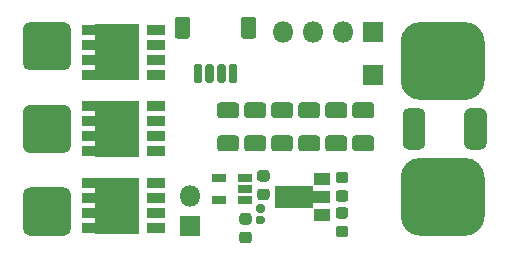
<source format=gbr>
%TF.GenerationSoftware,KiCad,Pcbnew,(5.1.6-0-10_14)*%
%TF.CreationDate,2021-03-14T15:43:45-04:00*%
%TF.ProjectId,F051_ESC,46303531-5f45-4534-932e-6b696361645f,rev?*%
%TF.SameCoordinates,Original*%
%TF.FileFunction,Soldermask,Top*%
%TF.FilePolarity,Negative*%
%FSLAX46Y46*%
G04 Gerber Fmt 4.6, Leading zero omitted, Abs format (unit mm)*
G04 Created by KiCad (PCBNEW (5.1.6-0-10_14)) date 2021-03-14 15:43:45*
%MOMM*%
%LPD*%
G01*
G04 APERTURE LIST*
%ADD10O,1.801600X1.801600*%
%ADD11R,1.801600X1.801600*%
%ADD12C,0.100000*%
%ADD13R,1.401600X1.001600*%
%ADD14R,1.161600X0.751600*%
%ADD15R,3.851600X4.801600*%
%ADD16R,1.151600X0.951600*%
%ADD17R,1.551600X0.951600*%
G04 APERTURE END LIST*
%TO.C,R1*%
G36*
G01*
X254030800Y-78724600D02*
X254030800Y-81275400D01*
G75*
G02*
X253555400Y-81750800I-475400J0D01*
G01*
X252604600Y-81750800D01*
G75*
G02*
X252129200Y-81275400I0J475400D01*
G01*
X252129200Y-78724600D01*
G75*
G02*
X252604600Y-78249200I475400J0D01*
G01*
X253555400Y-78249200D01*
G75*
G02*
X254030800Y-78724600I0J-475400D01*
G01*
G37*
G36*
G01*
X259230800Y-78724600D02*
X259230800Y-81275400D01*
G75*
G02*
X258755400Y-81750800I-475400J0D01*
G01*
X257804600Y-81750800D01*
G75*
G02*
X257329200Y-81275400I0J475400D01*
G01*
X257329200Y-78724600D01*
G75*
G02*
X257804600Y-78249200I475400J0D01*
G01*
X258755400Y-78249200D01*
G75*
G02*
X259230800Y-78724600I0J-475400D01*
G01*
G37*
%TD*%
D10*
%TO.C,J6*%
X234070000Y-85660000D03*
D11*
X234070000Y-88200000D03*
%TD*%
%TO.C,J1*%
G36*
G01*
X257400400Y-77550800D02*
X253599600Y-77550800D01*
G75*
G02*
X251949200Y-75900400I0J1650400D01*
G01*
X251949200Y-72599600D01*
G75*
G02*
X253599600Y-70949200I1650400J0D01*
G01*
X257400400Y-70949200D01*
G75*
G02*
X259050800Y-72599600I0J-1650400D01*
G01*
X259050800Y-75900400D01*
G75*
G02*
X257400400Y-77550800I-1650400J0D01*
G01*
G37*
G36*
G01*
X257400400Y-89050800D02*
X253599600Y-89050800D01*
G75*
G02*
X251949200Y-87400400I0J1650400D01*
G01*
X251949200Y-84099600D01*
G75*
G02*
X253599600Y-82449200I1650400J0D01*
G01*
X257400400Y-82449200D01*
G75*
G02*
X259050800Y-84099600I0J-1650400D01*
G01*
X259050800Y-87400400D01*
G75*
G02*
X257400400Y-89050800I-1650400J0D01*
G01*
G37*
%TD*%
%TO.C,J2*%
G36*
G01*
X234120800Y-70754932D02*
X234120800Y-72115068D01*
G75*
G02*
X233850068Y-72385800I-270732J0D01*
G01*
X233089932Y-72385800D01*
G75*
G02*
X232819200Y-72115068I0J270732D01*
G01*
X232819200Y-70754932D01*
G75*
G02*
X233089932Y-70484200I270732J0D01*
G01*
X233850068Y-70484200D01*
G75*
G02*
X234120800Y-70754932I0J-270732D01*
G01*
G37*
G36*
G01*
X239720800Y-70754932D02*
X239720800Y-72115068D01*
G75*
G02*
X239450068Y-72385800I-270732J0D01*
G01*
X238689932Y-72385800D01*
G75*
G02*
X238419200Y-72115068I0J270732D01*
G01*
X238419200Y-70754932D01*
G75*
G02*
X238689932Y-70484200I270732J0D01*
G01*
X239450068Y-70484200D01*
G75*
G02*
X239720800Y-70754932I0J-270732D01*
G01*
G37*
G36*
G01*
X235120800Y-74659600D02*
X235120800Y-75960400D01*
G75*
G02*
X234945400Y-76135800I-175400J0D01*
G01*
X234594600Y-76135800D01*
G75*
G02*
X234419200Y-75960400I0J175400D01*
G01*
X234419200Y-74659600D01*
G75*
G02*
X234594600Y-74484200I175400J0D01*
G01*
X234945400Y-74484200D01*
G75*
G02*
X235120800Y-74659600I0J-175400D01*
G01*
G37*
G36*
G01*
X236120800Y-74659600D02*
X236120800Y-75960400D01*
G75*
G02*
X235945400Y-76135800I-175400J0D01*
G01*
X235594600Y-76135800D01*
G75*
G02*
X235419200Y-75960400I0J175400D01*
G01*
X235419200Y-74659600D01*
G75*
G02*
X235594600Y-74484200I175400J0D01*
G01*
X235945400Y-74484200D01*
G75*
G02*
X236120800Y-74659600I0J-175400D01*
G01*
G37*
G36*
G01*
X237120800Y-74659600D02*
X237120800Y-75960400D01*
G75*
G02*
X236945400Y-76135800I-175400J0D01*
G01*
X236594600Y-76135800D01*
G75*
G02*
X236419200Y-75960400I0J175400D01*
G01*
X236419200Y-74659600D01*
G75*
G02*
X236594600Y-74484200I175400J0D01*
G01*
X236945400Y-74484200D01*
G75*
G02*
X237120800Y-74659600I0J-175400D01*
G01*
G37*
G36*
G01*
X238120800Y-74659600D02*
X238120800Y-75960400D01*
G75*
G02*
X237945400Y-76135800I-175400J0D01*
G01*
X237594600Y-76135800D01*
G75*
G02*
X237419200Y-75960400I0J175400D01*
G01*
X237419200Y-74659600D01*
G75*
G02*
X237594600Y-74484200I175400J0D01*
G01*
X237945400Y-74484200D01*
G75*
G02*
X238120800Y-74659600I0J-175400D01*
G01*
G37*
%TD*%
D12*
%TO.C,U3*%
G36*
X241340089Y-86696324D02*
G01*
X241330560Y-86693433D01*
X241321777Y-86688739D01*
X241314079Y-86682421D01*
X241307761Y-86674723D01*
X241303067Y-86665940D01*
X241300176Y-86656411D01*
X241299200Y-86646500D01*
X241299200Y-84913500D01*
X241300176Y-84903589D01*
X241303067Y-84894060D01*
X241307761Y-84885277D01*
X241314079Y-84877579D01*
X241321777Y-84871261D01*
X241330560Y-84866567D01*
X241340089Y-84863676D01*
X241350000Y-84862700D01*
X244475000Y-84862700D01*
X244484911Y-84863676D01*
X244494440Y-84866567D01*
X244503223Y-84871261D01*
X244510921Y-84877579D01*
X244517239Y-84885277D01*
X244521933Y-84894060D01*
X244524824Y-84903589D01*
X244525800Y-84913500D01*
X244525800Y-85279200D01*
X245950000Y-85279200D01*
X245959911Y-85280176D01*
X245969440Y-85283067D01*
X245978223Y-85287761D01*
X245985921Y-85294079D01*
X245992239Y-85301777D01*
X245996933Y-85310560D01*
X245999824Y-85320089D01*
X246000800Y-85330000D01*
X246000800Y-86230000D01*
X245999824Y-86239911D01*
X245996933Y-86249440D01*
X245992239Y-86258223D01*
X245985921Y-86265921D01*
X245978223Y-86272239D01*
X245969440Y-86276933D01*
X245959911Y-86279824D01*
X245950000Y-86280800D01*
X244525800Y-86280800D01*
X244525800Y-86646500D01*
X244524824Y-86656411D01*
X244521933Y-86665940D01*
X244517239Y-86674723D01*
X244510921Y-86682421D01*
X244503223Y-86688739D01*
X244494440Y-86693433D01*
X244484911Y-86696324D01*
X244475000Y-86697300D01*
X241350000Y-86697300D01*
X241340089Y-86696324D01*
G37*
D13*
X245300000Y-84280000D03*
X245300000Y-87280000D03*
%TD*%
D11*
%TO.C,J5*%
X249610000Y-75440000D03*
%TD*%
D10*
%TO.C,J3*%
X241990000Y-71800000D03*
X244530000Y-71800000D03*
X247070000Y-71800000D03*
D11*
X249610000Y-71800000D03*
%TD*%
%TO.C,J4*%
G36*
G01*
X223435560Y-75050800D02*
X220564440Y-75050800D01*
G75*
G02*
X219949200Y-74435560I0J615240D01*
G01*
X219949200Y-71564440D01*
G75*
G02*
X220564440Y-70949200I615240J0D01*
G01*
X223435560Y-70949200D01*
G75*
G02*
X224050800Y-71564440I0J-615240D01*
G01*
X224050800Y-74435560D01*
G75*
G02*
X223435560Y-75050800I-615240J0D01*
G01*
G37*
G36*
G01*
X223435560Y-82050800D02*
X220564440Y-82050800D01*
G75*
G02*
X219949200Y-81435560I0J615240D01*
G01*
X219949200Y-78564440D01*
G75*
G02*
X220564440Y-77949200I615240J0D01*
G01*
X223435560Y-77949200D01*
G75*
G02*
X224050800Y-78564440I0J-615240D01*
G01*
X224050800Y-81435560D01*
G75*
G02*
X223435560Y-82050800I-615240J0D01*
G01*
G37*
G36*
G01*
X223435560Y-89050800D02*
X220564440Y-89050800D01*
G75*
G02*
X219949200Y-88435560I0J615240D01*
G01*
X219949200Y-85564440D01*
G75*
G02*
X220564440Y-84949200I615240J0D01*
G01*
X223435560Y-84949200D01*
G75*
G02*
X224050800Y-85564440I0J-615240D01*
G01*
X224050800Y-88435560D01*
G75*
G02*
X223435560Y-89050800I-615240J0D01*
G01*
G37*
%TD*%
%TO.C,C5*%
G36*
G01*
X247261650Y-87600800D02*
X246698350Y-87600800D01*
G75*
G02*
X246454200Y-87356650I0J244150D01*
G01*
X246454200Y-86868350D01*
G75*
G02*
X246698350Y-86624200I244150J0D01*
G01*
X247261650Y-86624200D01*
G75*
G02*
X247505800Y-86868350I0J-244150D01*
G01*
X247505800Y-87356650D01*
G75*
G02*
X247261650Y-87600800I-244150J0D01*
G01*
G37*
G36*
G01*
X247261650Y-89175800D02*
X246698350Y-89175800D01*
G75*
G02*
X246454200Y-88931650I0J244150D01*
G01*
X246454200Y-88443350D01*
G75*
G02*
X246698350Y-88199200I244150J0D01*
G01*
X247261650Y-88199200D01*
G75*
G02*
X247505800Y-88443350I0J-244150D01*
G01*
X247505800Y-88931650D01*
G75*
G02*
X247261650Y-89175800I-244150J0D01*
G01*
G37*
%TD*%
%TO.C,C4*%
G36*
G01*
X246698350Y-85189200D02*
X247261650Y-85189200D01*
G75*
G02*
X247505800Y-85433350I0J-244150D01*
G01*
X247505800Y-85921650D01*
G75*
G02*
X247261650Y-86165800I-244150J0D01*
G01*
X246698350Y-86165800D01*
G75*
G02*
X246454200Y-85921650I0J244150D01*
G01*
X246454200Y-85433350D01*
G75*
G02*
X246698350Y-85189200I244150J0D01*
G01*
G37*
G36*
G01*
X246698350Y-83614200D02*
X247261650Y-83614200D01*
G75*
G02*
X247505800Y-83858350I0J-244150D01*
G01*
X247505800Y-84346650D01*
G75*
G02*
X247261650Y-84590800I-244150J0D01*
G01*
X246698350Y-84590800D01*
G75*
G02*
X246454200Y-84346650I0J244150D01*
G01*
X246454200Y-83858350D01*
G75*
G02*
X246698350Y-83614200I244150J0D01*
G01*
G37*
%TD*%
D14*
%TO.C,U4*%
X236540000Y-86030000D03*
X236540000Y-84130000D03*
X238740000Y-84130000D03*
X238740000Y-85080000D03*
X238740000Y-86030000D03*
%TD*%
%TO.C,C24*%
G36*
G01*
X238528350Y-88709200D02*
X239091650Y-88709200D01*
G75*
G02*
X239335800Y-88953350I0J-244150D01*
G01*
X239335800Y-89441650D01*
G75*
G02*
X239091650Y-89685800I-244150J0D01*
G01*
X238528350Y-89685800D01*
G75*
G02*
X238284200Y-89441650I0J244150D01*
G01*
X238284200Y-88953350D01*
G75*
G02*
X238528350Y-88709200I244150J0D01*
G01*
G37*
G36*
G01*
X238528350Y-87134200D02*
X239091650Y-87134200D01*
G75*
G02*
X239335800Y-87378350I0J-244150D01*
G01*
X239335800Y-87866650D01*
G75*
G02*
X239091650Y-88110800I-244150J0D01*
G01*
X238528350Y-88110800D01*
G75*
G02*
X238284200Y-87866650I0J244150D01*
G01*
X238284200Y-87378350D01*
G75*
G02*
X238528350Y-87134200I244150J0D01*
G01*
G37*
%TD*%
%TO.C,C23*%
G36*
G01*
X240257900Y-87080800D02*
X239862100Y-87080800D01*
G75*
G02*
X239689200Y-86907900I0J172900D01*
G01*
X239689200Y-86562100D01*
G75*
G02*
X239862100Y-86389200I172900J0D01*
G01*
X240257900Y-86389200D01*
G75*
G02*
X240430800Y-86562100I0J-172900D01*
G01*
X240430800Y-86907900D01*
G75*
G02*
X240257900Y-87080800I-172900J0D01*
G01*
G37*
G36*
G01*
X240257900Y-88050800D02*
X239862100Y-88050800D01*
G75*
G02*
X239689200Y-87877900I0J172900D01*
G01*
X239689200Y-87532100D01*
G75*
G02*
X239862100Y-87359200I172900J0D01*
G01*
X240257900Y-87359200D01*
G75*
G02*
X240430800Y-87532100I0J-172900D01*
G01*
X240430800Y-87877900D01*
G75*
G02*
X240257900Y-88050800I-172900J0D01*
G01*
G37*
%TD*%
%TO.C,C22*%
G36*
G01*
X240038350Y-85059200D02*
X240601650Y-85059200D01*
G75*
G02*
X240845800Y-85303350I0J-244150D01*
G01*
X240845800Y-85791650D01*
G75*
G02*
X240601650Y-86035800I-244150J0D01*
G01*
X240038350Y-86035800D01*
G75*
G02*
X239794200Y-85791650I0J244150D01*
G01*
X239794200Y-85303350D01*
G75*
G02*
X240038350Y-85059200I244150J0D01*
G01*
G37*
G36*
G01*
X240038350Y-83484200D02*
X240601650Y-83484200D01*
G75*
G02*
X240845800Y-83728350I0J-244150D01*
G01*
X240845800Y-84216650D01*
G75*
G02*
X240601650Y-84460800I-244150J0D01*
G01*
X240038350Y-84460800D01*
G75*
G02*
X239794200Y-84216650I0J244150D01*
G01*
X239794200Y-83728350D01*
G75*
G02*
X240038350Y-83484200I244150J0D01*
G01*
G37*
%TD*%
%TO.C,C21*%
G36*
G01*
X249435480Y-79095800D02*
X248124520Y-79095800D01*
G75*
G02*
X247854200Y-78825480I0J270320D01*
G01*
X247854200Y-78014520D01*
G75*
G02*
X248124520Y-77744200I270320J0D01*
G01*
X249435480Y-77744200D01*
G75*
G02*
X249705800Y-78014520I0J-270320D01*
G01*
X249705800Y-78825480D01*
G75*
G02*
X249435480Y-79095800I-270320J0D01*
G01*
G37*
G36*
G01*
X249435480Y-81895800D02*
X248124520Y-81895800D01*
G75*
G02*
X247854200Y-81625480I0J270320D01*
G01*
X247854200Y-80814520D01*
G75*
G02*
X248124520Y-80544200I270320J0D01*
G01*
X249435480Y-80544200D01*
G75*
G02*
X249705800Y-80814520I0J-270320D01*
G01*
X249705800Y-81625480D01*
G75*
G02*
X249435480Y-81895800I-270320J0D01*
G01*
G37*
%TD*%
%TO.C,C20*%
G36*
G01*
X237985480Y-79095800D02*
X236674520Y-79095800D01*
G75*
G02*
X236404200Y-78825480I0J270320D01*
G01*
X236404200Y-78014520D01*
G75*
G02*
X236674520Y-77744200I270320J0D01*
G01*
X237985480Y-77744200D01*
G75*
G02*
X238255800Y-78014520I0J-270320D01*
G01*
X238255800Y-78825480D01*
G75*
G02*
X237985480Y-79095800I-270320J0D01*
G01*
G37*
G36*
G01*
X237985480Y-81895800D02*
X236674520Y-81895800D01*
G75*
G02*
X236404200Y-81625480I0J270320D01*
G01*
X236404200Y-80814520D01*
G75*
G02*
X236674520Y-80544200I270320J0D01*
G01*
X237985480Y-80544200D01*
G75*
G02*
X238255800Y-80814520I0J-270320D01*
G01*
X238255800Y-81625480D01*
G75*
G02*
X237985480Y-81895800I-270320J0D01*
G01*
G37*
%TD*%
%TO.C,C19*%
G36*
G01*
X247145480Y-79095800D02*
X245834520Y-79095800D01*
G75*
G02*
X245564200Y-78825480I0J270320D01*
G01*
X245564200Y-78014520D01*
G75*
G02*
X245834520Y-77744200I270320J0D01*
G01*
X247145480Y-77744200D01*
G75*
G02*
X247415800Y-78014520I0J-270320D01*
G01*
X247415800Y-78825480D01*
G75*
G02*
X247145480Y-79095800I-270320J0D01*
G01*
G37*
G36*
G01*
X247145480Y-81895800D02*
X245834520Y-81895800D01*
G75*
G02*
X245564200Y-81625480I0J270320D01*
G01*
X245564200Y-80814520D01*
G75*
G02*
X245834520Y-80544200I270320J0D01*
G01*
X247145480Y-80544200D01*
G75*
G02*
X247415800Y-80814520I0J-270320D01*
G01*
X247415800Y-81625480D01*
G75*
G02*
X247145480Y-81895800I-270320J0D01*
G01*
G37*
%TD*%
%TO.C,C18*%
G36*
G01*
X240275480Y-79095800D02*
X238964520Y-79095800D01*
G75*
G02*
X238694200Y-78825480I0J270320D01*
G01*
X238694200Y-78014520D01*
G75*
G02*
X238964520Y-77744200I270320J0D01*
G01*
X240275480Y-77744200D01*
G75*
G02*
X240545800Y-78014520I0J-270320D01*
G01*
X240545800Y-78825480D01*
G75*
G02*
X240275480Y-79095800I-270320J0D01*
G01*
G37*
G36*
G01*
X240275480Y-81895800D02*
X238964520Y-81895800D01*
G75*
G02*
X238694200Y-81625480I0J270320D01*
G01*
X238694200Y-80814520D01*
G75*
G02*
X238964520Y-80544200I270320J0D01*
G01*
X240275480Y-80544200D01*
G75*
G02*
X240545800Y-80814520I0J-270320D01*
G01*
X240545800Y-81625480D01*
G75*
G02*
X240275480Y-81895800I-270320J0D01*
G01*
G37*
%TD*%
%TO.C,C17*%
G36*
G01*
X244855480Y-79095800D02*
X243544520Y-79095800D01*
G75*
G02*
X243274200Y-78825480I0J270320D01*
G01*
X243274200Y-78014520D01*
G75*
G02*
X243544520Y-77744200I270320J0D01*
G01*
X244855480Y-77744200D01*
G75*
G02*
X245125800Y-78014520I0J-270320D01*
G01*
X245125800Y-78825480D01*
G75*
G02*
X244855480Y-79095800I-270320J0D01*
G01*
G37*
G36*
G01*
X244855480Y-81895800D02*
X243544520Y-81895800D01*
G75*
G02*
X243274200Y-81625480I0J270320D01*
G01*
X243274200Y-80814520D01*
G75*
G02*
X243544520Y-80544200I270320J0D01*
G01*
X244855480Y-80544200D01*
G75*
G02*
X245125800Y-80814520I0J-270320D01*
G01*
X245125800Y-81625480D01*
G75*
G02*
X244855480Y-81895800I-270320J0D01*
G01*
G37*
%TD*%
%TO.C,C16*%
G36*
G01*
X242565480Y-79095800D02*
X241254520Y-79095800D01*
G75*
G02*
X240984200Y-78825480I0J270320D01*
G01*
X240984200Y-78014520D01*
G75*
G02*
X241254520Y-77744200I270320J0D01*
G01*
X242565480Y-77744200D01*
G75*
G02*
X242835800Y-78014520I0J-270320D01*
G01*
X242835800Y-78825480D01*
G75*
G02*
X242565480Y-79095800I-270320J0D01*
G01*
G37*
G36*
G01*
X242565480Y-81895800D02*
X241254520Y-81895800D01*
G75*
G02*
X240984200Y-81625480I0J270320D01*
G01*
X240984200Y-80814520D01*
G75*
G02*
X241254520Y-80544200I270320J0D01*
G01*
X242565480Y-80544200D01*
G75*
G02*
X242835800Y-80814520I0J-270320D01*
G01*
X242835800Y-81625480D01*
G75*
G02*
X242565480Y-81895800I-270320J0D01*
G01*
G37*
%TD*%
D15*
%TO.C,Q6*%
X227950000Y-73500000D03*
D16*
X225550000Y-75405000D03*
X225550000Y-74135000D03*
X225550000Y-72865000D03*
X225550000Y-71595000D03*
D17*
X231250000Y-71595000D03*
X231250000Y-72865000D03*
X231250000Y-74135000D03*
X231250000Y-75405000D03*
%TD*%
D15*
%TO.C,Q4*%
X227950000Y-80000000D03*
D16*
X225550000Y-81905000D03*
X225550000Y-80635000D03*
X225550000Y-79365000D03*
X225550000Y-78095000D03*
D17*
X231250000Y-78095000D03*
X231250000Y-79365000D03*
X231250000Y-80635000D03*
X231250000Y-81905000D03*
%TD*%
D15*
%TO.C,Q2*%
X227950000Y-86500000D03*
D16*
X225550000Y-88405000D03*
X225550000Y-87135000D03*
X225550000Y-85865000D03*
X225550000Y-84595000D03*
D17*
X231250000Y-84595000D03*
X231250000Y-85865000D03*
X231250000Y-87135000D03*
X231250000Y-88405000D03*
%TD*%
M02*

</source>
